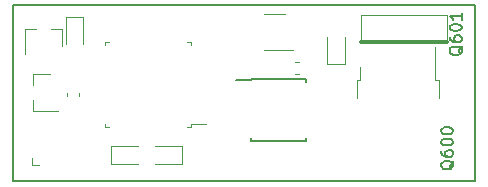
<source format=gto>
G04 #@! TF.GenerationSoftware,KiCad,Pcbnew,(5.99.0-12439-g94954386e6)*
G04 #@! TF.CreationDate,2021-09-28T22:10:54+03:00*
G04 #@! TF.ProjectId,hellen1-wbo,68656c6c-656e-4312-9d77-626f2e6b6963,rev?*
G04 #@! TF.SameCoordinates,PX4a19ba0PY5aa5910*
G04 #@! TF.FileFunction,Legend,Top*
G04 #@! TF.FilePolarity,Positive*
%FSLAX46Y46*%
G04 Gerber Fmt 4.6, Leading zero omitted, Abs format (unit mm)*
G04 Created by KiCad (PCBNEW (5.99.0-12439-g94954386e6)) date 2021-09-28 22:10:54*
%MOMM*%
%LPD*%
G01*
G04 APERTURE LIST*
%ADD10C,0.150000*%
%ADD11C,0.300000*%
%ADD12C,0.120000*%
%ADD13C,0.200000*%
G04 APERTURE END LIST*
D10*
G04 #@! TO.C,Q601*
X38187619Y11552381D02*
X38140000Y11457143D01*
X38044761Y11361905D01*
X37901904Y11219048D01*
X37854285Y11123810D01*
X37854285Y11028572D01*
X38092380Y11076191D02*
X38044761Y10980953D01*
X37949523Y10885715D01*
X37759047Y10838096D01*
X37425714Y10838096D01*
X37235238Y10885715D01*
X37140000Y10980953D01*
X37092380Y11076191D01*
X37092380Y11266667D01*
X37140000Y11361905D01*
X37235238Y11457143D01*
X37425714Y11504762D01*
X37759047Y11504762D01*
X37949523Y11457143D01*
X38044761Y11361905D01*
X38092380Y11266667D01*
X38092380Y11076191D01*
X37092380Y12361905D02*
X37092380Y12171429D01*
X37140000Y12076191D01*
X37187619Y12028572D01*
X37330476Y11933334D01*
X37520952Y11885715D01*
X37901904Y11885715D01*
X37997142Y11933334D01*
X38044761Y11980953D01*
X38092380Y12076191D01*
X38092380Y12266667D01*
X38044761Y12361905D01*
X37997142Y12409524D01*
X37901904Y12457143D01*
X37663809Y12457143D01*
X37568571Y12409524D01*
X37520952Y12361905D01*
X37473333Y12266667D01*
X37473333Y12076191D01*
X37520952Y11980953D01*
X37568571Y11933334D01*
X37663809Y11885715D01*
X37092380Y13076191D02*
X37092380Y13171429D01*
X37140000Y13266667D01*
X37187619Y13314286D01*
X37282857Y13361905D01*
X37473333Y13409524D01*
X37711428Y13409524D01*
X37901904Y13361905D01*
X37997142Y13314286D01*
X38044761Y13266667D01*
X38092380Y13171429D01*
X38092380Y13076191D01*
X38044761Y12980953D01*
X37997142Y12933334D01*
X37901904Y12885715D01*
X37711428Y12838096D01*
X37473333Y12838096D01*
X37282857Y12885715D01*
X37187619Y12933334D01*
X37140000Y12980953D01*
X37092380Y13076191D01*
X38092380Y14361905D02*
X38092380Y13790477D01*
X38092380Y14076191D02*
X37092380Y14076191D01*
X37235238Y13980953D01*
X37330476Y13885715D01*
X37378095Y13790477D01*
G04 #@! TO.C,Q600*
X37447619Y1852381D02*
X37400000Y1757143D01*
X37304761Y1661905D01*
X37161904Y1519048D01*
X37114285Y1423810D01*
X37114285Y1328572D01*
X37352380Y1376191D02*
X37304761Y1280953D01*
X37209523Y1185715D01*
X37019047Y1138096D01*
X36685714Y1138096D01*
X36495238Y1185715D01*
X36400000Y1280953D01*
X36352380Y1376191D01*
X36352380Y1566667D01*
X36400000Y1661905D01*
X36495238Y1757143D01*
X36685714Y1804762D01*
X37019047Y1804762D01*
X37209523Y1757143D01*
X37304761Y1661905D01*
X37352380Y1566667D01*
X37352380Y1376191D01*
X36352380Y2661905D02*
X36352380Y2471429D01*
X36400000Y2376191D01*
X36447619Y2328572D01*
X36590476Y2233334D01*
X36780952Y2185715D01*
X37161904Y2185715D01*
X37257142Y2233334D01*
X37304761Y2280953D01*
X37352380Y2376191D01*
X37352380Y2566667D01*
X37304761Y2661905D01*
X37257142Y2709524D01*
X37161904Y2757143D01*
X36923809Y2757143D01*
X36828571Y2709524D01*
X36780952Y2661905D01*
X36733333Y2566667D01*
X36733333Y2376191D01*
X36780952Y2280953D01*
X36828571Y2233334D01*
X36923809Y2185715D01*
X36352380Y3376191D02*
X36352380Y3471429D01*
X36400000Y3566667D01*
X36447619Y3614286D01*
X36542857Y3661905D01*
X36733333Y3709524D01*
X36971428Y3709524D01*
X37161904Y3661905D01*
X37257142Y3614286D01*
X37304761Y3566667D01*
X37352380Y3471429D01*
X37352380Y3376191D01*
X37304761Y3280953D01*
X37257142Y3233334D01*
X37161904Y3185715D01*
X36971428Y3138096D01*
X36733333Y3138096D01*
X36542857Y3185715D01*
X36447619Y3233334D01*
X36400000Y3280953D01*
X36352380Y3376191D01*
X36352380Y4328572D02*
X36352380Y4423810D01*
X36400000Y4519048D01*
X36447619Y4566667D01*
X36542857Y4614286D01*
X36733333Y4661905D01*
X36971428Y4661905D01*
X37161904Y4614286D01*
X37257142Y4566667D01*
X37304761Y4519048D01*
X37352380Y4423810D01*
X37352380Y4328572D01*
X37304761Y4233334D01*
X37257142Y4185715D01*
X37161904Y4138096D01*
X36971428Y4090477D01*
X36733333Y4090477D01*
X36542857Y4138096D01*
X36447619Y4185715D01*
X36400000Y4233334D01*
X36352380Y4328572D01*
D11*
G04 #@! TO.C,Q601*
X36840000Y11900000D02*
X29540000Y11900000D01*
D12*
X36840000Y14200000D02*
X29540000Y14200000D01*
X29540000Y11900000D02*
X29540000Y14200000D01*
X36840000Y11900000D02*
X36840000Y14200000D01*
D13*
G04 #@! TO.C,M600*
X39250000Y15000000D02*
X100000Y15000000D01*
X100000Y15000000D02*
X100000Y100000D01*
X100000Y100000D02*
X39250000Y100000D01*
X39250000Y100000D02*
X39250000Y15000000D01*
D12*
G04 #@! TO.C,C616*
X5735000Y7612779D02*
X5735000Y7287221D01*
X4715000Y7612779D02*
X4715000Y7287221D01*
G04 #@! TO.C,R609*
X23991221Y9196000D02*
X24316779Y9196000D01*
X23991221Y10216000D02*
X24316779Y10216000D01*
G04 #@! TO.C,U604*
X1798000Y9182400D02*
X1798000Y8252400D01*
X1798000Y6022400D02*
X3958000Y6022400D01*
X1798000Y6022400D02*
X1798000Y6952400D01*
X1798000Y9182400D02*
X3258000Y9182400D01*
D10*
G04 #@! TO.C,U600*
X20305000Y3525000D02*
X20305000Y3750000D01*
X20305000Y8775000D02*
X24955000Y8775000D01*
X24955000Y3525000D02*
X24955000Y3750000D01*
X24955000Y8775000D02*
X24955000Y8550000D01*
X20305000Y3525000D02*
X24955000Y3525000D01*
X20305000Y8775000D02*
X20305000Y8650000D01*
X20305000Y8650000D02*
X18955000Y8650000D01*
D12*
G04 #@! TO.C,Q600*
X36150000Y8670000D02*
X35880000Y8670000D01*
X35880000Y8670000D02*
X35880000Y11500000D01*
X29250000Y7170000D02*
X29250000Y8670000D01*
X29250000Y8670000D02*
X29520000Y8670000D01*
X36150000Y7170000D02*
X36150000Y8670000D01*
X29520000Y8670000D02*
X29520000Y9770000D01*
G04 #@! TO.C,D601*
X12178000Y1605000D02*
X14463000Y1605000D01*
X14463000Y1605000D02*
X14463000Y3075000D01*
X14463000Y3075000D02*
X12178000Y3075000D01*
G04 #@! TO.C,U601*
X23130000Y14310000D02*
X21370000Y14310000D01*
X21370000Y11240000D02*
X23800000Y11240000D01*
G04 #@! TO.C,D600*
X26721000Y12284000D02*
X26721000Y9999000D01*
X28191000Y9999000D02*
X28191000Y12284000D01*
X26721000Y9999000D02*
X28191000Y9999000D01*
G04 #@! TO.C,D602*
X8445000Y3075000D02*
X8445000Y1605000D01*
X10730000Y3075000D02*
X8445000Y3075000D01*
X8445000Y1605000D02*
X10730000Y1605000D01*
G04 #@! TO.C,U602*
X15160000Y11910000D02*
X15160000Y11610000D01*
X7940000Y4690000D02*
X7940000Y4990000D01*
X8240000Y4690000D02*
X7940000Y4690000D01*
X15160000Y4990000D02*
X16475000Y4990000D01*
X14860000Y4690000D02*
X15160000Y4690000D01*
X15160000Y4690000D02*
X15160000Y4990000D01*
X7940000Y11910000D02*
X7940000Y11610000D01*
X14860000Y11910000D02*
X15160000Y11910000D01*
X8240000Y11910000D02*
X7940000Y11910000D01*
G04 #@! TO.C,U603*
X1105000Y13036000D02*
X1105000Y10876000D01*
X4265000Y13036000D02*
X3335000Y13036000D01*
X4265000Y13036000D02*
X4265000Y11576000D01*
X1105000Y13036000D02*
X2035000Y13036000D01*
G04 #@! TO.C,D603*
X4582550Y14054950D02*
X4582550Y11769950D01*
X6052550Y14054950D02*
X4582550Y14054950D01*
X6052550Y11769950D02*
X6052550Y14054950D01*
G04 #@! TO.C,J600*
X2330000Y1480000D02*
X1695000Y1480000D01*
X1695000Y1480000D02*
X1695000Y2115000D01*
G04 #@! TD*
M02*

</source>
